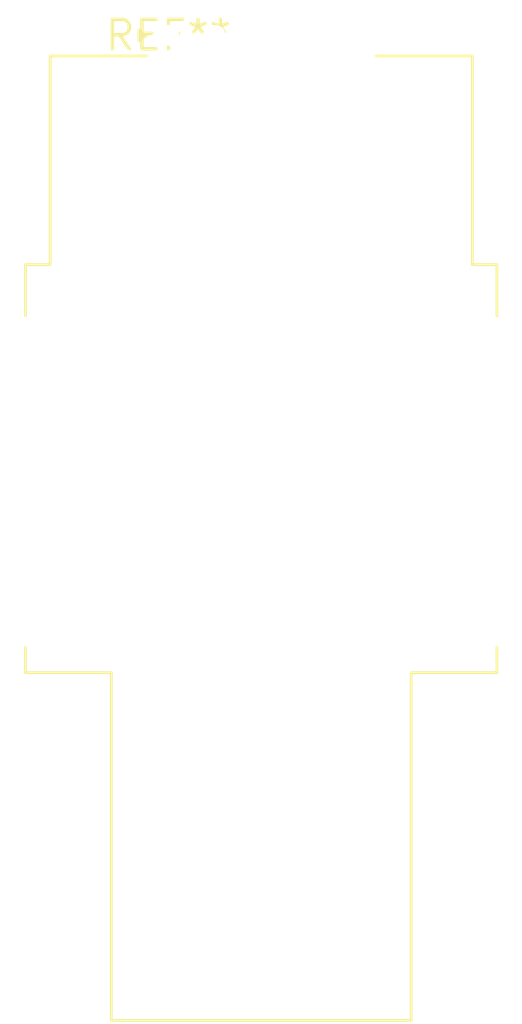
<source format=kicad_pcb>
(kicad_pcb (version 20240108) (generator pcbnew)
  (layers (0 "F.Cu" signal) (31 "B.Cu" signal) (34 "B.Paste" user) (35 "F.Paste" user) (36 "B.SilkS" user "B.Silkscreen") (37 "F.SilkS" user "F.Silkscreen") (38 "B.Mask" user) (39 "F.Mask" user) (44 "Edge.Cuts" user))
  (net 0 "")
  (footprint "LEM_HO40-NP" (layer "F.Cu") (at 0 0)
    (property "Reference" "REF**")
    (property "Value" "LEM_HO40-NP")
    (fp_line (start -6.175 9.89) (end -6.175 12.1) (layer "F.SilkS") (stroke (width 0.12)))
    (fp_line (start -6.175 26.4) (end -6.175 27.49) (layer "F.SilkS") (stroke (width 0.12)))
    (fp_line (start -5.11 0.89) (end -5.11 9.89) (layer "F.SilkS") (stroke (width 0.12)))
    (fp_line (start -5.11 9.89) (end -6.175 9.89) (layer "F.SilkS") (stroke (width 0.12)))
    (fp_line (start -2.47 27.49) (end -6.175 27.49) (layer "F.SilkS") (stroke (width 0.12)))
    (fp_line (start -2.47 42.49) (end -2.47 27.49) (layer "F.SilkS") (stroke (width 0.12)))
    (fp_line (start -2.47 42.49) (end 10.47 42.49) (layer "F.SilkS") (stroke (width 0.12)))
    (fp_line (start -0.95 0.89) (end -5.11 0.89) (layer "F.SilkS") (stroke (width 0.12)))
    (fp_line (start 10.47 42.49) (end 10.47 27.49) (layer "F.SilkS") (stroke (width 0.12)))
    (fp_line (start 13.11 0.89) (end 8.95 0.89) (layer "F.SilkS") (stroke (width 0.12)))
    (fp_line (start 13.11 9.89) (end 13.11 0.89) (layer "F.SilkS") (stroke (width 0.12)))
    (fp_line (start 14.175 9.89) (end 13.11 9.89) (layer "F.SilkS") (stroke (width 0.12)))
    (fp_line (start 14.175 9.89) (end 14.175 12.1) (layer "F.SilkS") (stroke (width 0.12)))
    (fp_line (start 14.175 26.4) (end 14.175 27.49) (layer "F.SilkS") (stroke (width 0.12)))
    (fp_line (start 14.175 27.49) (end 10.47 27.49) (layer "F.SilkS") (stroke (width 0.12)))
    (fp_poly (pts (xy -0.95 0) (xy -1.28 0.24) (xy -1.28 -0.24) (xy -0.95 0)) (layer "F.SilkS") (stroke (width 0.12)) (fill solid))
    (pad "1" thru_hole rect (at 0 0) (size 1.5 2.5) (drill 0.9) (layers *.Cu *.Mask) (remove_unused_layers))
    (pad "2" thru_hole oval (at 2 0) (size 1.5 2.5) (drill 0.9) (layers *.Cu *.Mask) (remove_unused_layers))
    (pad "3" thru_hole oval (at 4 0) (size 1.5 2.5) (drill 0.9) (layers *.Cu *.Mask) (remove_unused_layers))
    (pad "4" thru_hole oval (at 6 0) (size 1.5 2.5) (drill 0.9) (layers *.Cu *.Mask) (remove_unused_layers))
    (pad "5" thru_hole oval (at 8 0) (size 1.5 2.5) (drill 0.9) (layers *.Cu *.Mask) (remove_unused_layers))
    (pad "6" thru_hole oval (at 13 14) (size 4 3) (drill 2.15) (layers *.Cu *.Mask) (remove_unused_layers))
    (pad "7" thru_hole oval (at 13 17.5) (size 4 3) (drill 2.15) (layers *.Cu *.Mask) (remove_unused_layers))
    (pad "8" thru_hole oval (at 13 21) (size 4 3) (drill 2.15) (layers *.Cu *.Mask) (remove_unused_layers))
    (pad "9" thru_hole oval (at 13 24.5) (size 4 3) (drill 2.15) (layers *.Cu *.Mask) (remove_unused_layers))
    (pad "10" thru_hole oval (at -5 24.5) (size 4 3) (drill 2.15) (layers *.Cu *.Mask) (remove_unused_layers))
    (pad "11" thru_hole oval (at -5 21) (size 4 3) (drill 2.15) (layers *.Cu *.Mask) (remove_unused_layers))
    (pad "12" thru_hole oval (at -5 17.5) (size 4 3) (drill 2.15) (layers *.Cu *.Mask) (remove_unused_layers))
    (pad "13" thru_hole oval (at -5 14) (size 4 3) (drill 2.15) (layers *.Cu *.Mask) (remove_unused_layers))
  )
)
</source>
